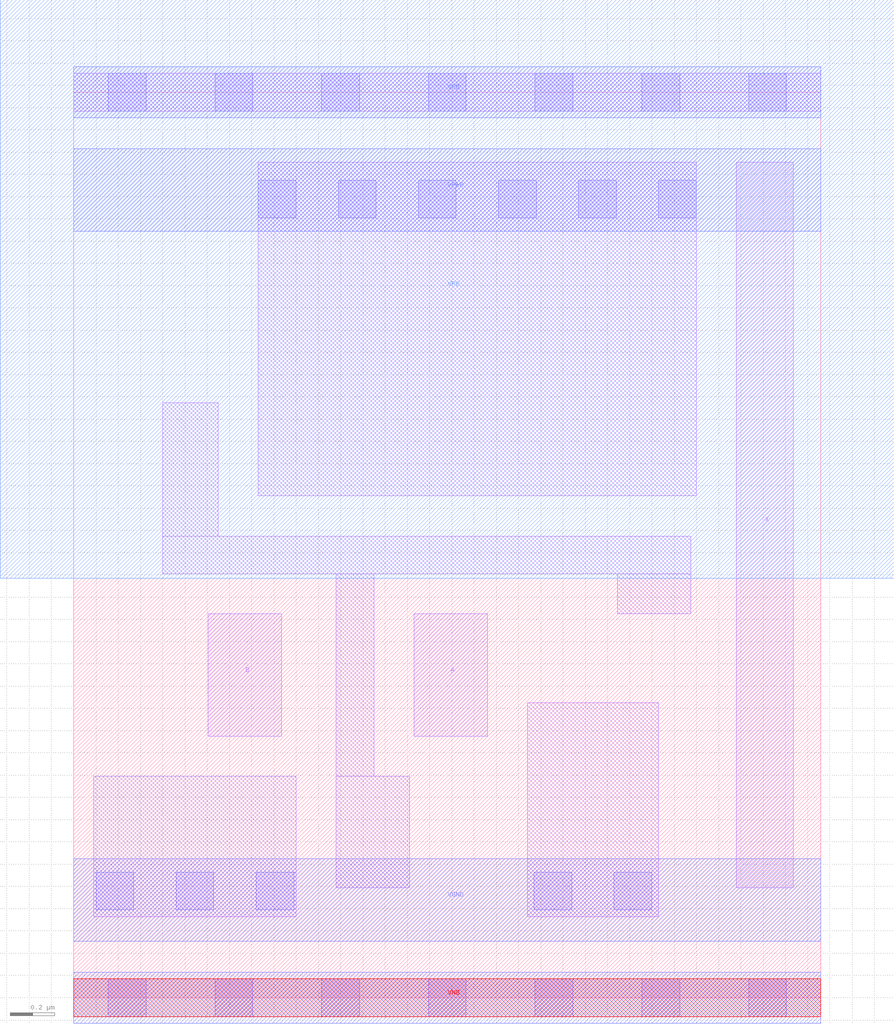
<source format=lef>
# Copyright 2020 The SkyWater PDK Authors
#
# Licensed under the Apache License, Version 2.0 (the "License");
# you may not use this file except in compliance with the License.
# You may obtain a copy of the License at
#
#     https://www.apache.org/licenses/LICENSE-2.0
#
# Unless required by applicable law or agreed to in writing, software
# distributed under the License is distributed on an "AS IS" BASIS,
# WITHOUT WARRANTIES OR CONDITIONS OF ANY KIND, either express or implied.
# See the License for the specific language governing permissions and
# limitations under the License.
#
# SPDX-License-Identifier: Apache-2.0

VERSION 5.7 ;
  NOWIREEXTENSIONATPIN ON ;
  DIVIDERCHAR "/" ;
  BUSBITCHARS "[]" ;
MACRO sky130_fd_sc_hvl__or2_1
  CLASS CORE ;
  FOREIGN sky130_fd_sc_hvl__or2_1 ;
  ORIGIN  0.000000  0.000000 ;
  SIZE  3.360000 BY  4.070000 ;
  SYMMETRY X Y ;
  SITE unithv ;
  PIN A
    ANTENNAGATEAREA  0.420000 ;
    DIRECTION INPUT ;
    USE SIGNAL ;
    PORT
      LAYER li1 ;
        RECT 1.530000 1.175000 1.860000 1.725000 ;
    END
  END A
  PIN B
    ANTENNAGATEAREA  0.420000 ;
    DIRECTION INPUT ;
    USE SIGNAL ;
    PORT
      LAYER li1 ;
        RECT 0.605000 1.175000 0.935000 1.725000 ;
    END
  END B
  PIN X
    ANTENNADIFFAREA  0.641250 ;
    DIRECTION OUTPUT ;
    USE SIGNAL ;
    PORT
      LAYER li1 ;
        RECT 2.980000 0.495000 3.235000 3.755000 ;
    END
  END X
  PIN VGND
    DIRECTION INOUT ;
    USE GROUND ;
    PORT
      LAYER met1 ;
        RECT 0.000000 0.255000 3.360000 0.625000 ;
    END
  END VGND
  PIN VNB
    DIRECTION INOUT ;
    USE GROUND ;
    PORT
      LAYER met1 ;
        RECT 0.000000 -0.115000 3.360000 0.115000 ;
      LAYER pwell ;
        RECT 0.000000 -0.085000 3.360000 0.085000 ;
    END
  END VNB
  PIN VPB
    DIRECTION INOUT ;
    USE POWER ;
    PORT
      LAYER met1 ;
        RECT 0.000000 3.955000 3.360000 4.185000 ;
      LAYER nwell ;
        RECT -0.330000 1.885000 3.690000 4.485000 ;
    END
  END VPB
  PIN VPWR
    DIRECTION INOUT ;
    USE POWER ;
    PORT
      LAYER met1 ;
        RECT 0.000000 3.445000 3.360000 3.815000 ;
    END
  END VPWR
  OBS
    LAYER li1 ;
      RECT 0.000000 -0.085000 3.360000 0.085000 ;
      RECT 0.000000  3.985000 3.360000 4.155000 ;
      RECT 0.090000  0.365000 1.000000 0.995000 ;
      RECT 0.400000  1.905000 2.775000 2.075000 ;
      RECT 0.400000  2.075000 0.650000 2.675000 ;
      RECT 0.830000  2.255000 2.800000 3.755000 ;
      RECT 1.180000  0.495000 1.510000 0.995000 ;
      RECT 1.180000  0.995000 1.350000 1.905000 ;
      RECT 2.040000  0.365000 2.630000 1.325000 ;
      RECT 2.445000  1.725000 2.775000 1.905000 ;
    LAYER mcon ;
      RECT 0.100000  0.395000 0.270000 0.565000 ;
      RECT 0.155000 -0.085000 0.325000 0.085000 ;
      RECT 0.155000  3.985000 0.325000 4.155000 ;
      RECT 0.460000  0.395000 0.630000 0.565000 ;
      RECT 0.635000 -0.085000 0.805000 0.085000 ;
      RECT 0.635000  3.985000 0.805000 4.155000 ;
      RECT 0.820000  0.395000 0.990000 0.565000 ;
      RECT 0.830000  3.505000 1.000000 3.675000 ;
      RECT 1.115000 -0.085000 1.285000 0.085000 ;
      RECT 1.115000  3.985000 1.285000 4.155000 ;
      RECT 1.190000  3.505000 1.360000 3.675000 ;
      RECT 1.550000  3.505000 1.720000 3.675000 ;
      RECT 1.595000 -0.085000 1.765000 0.085000 ;
      RECT 1.595000  3.985000 1.765000 4.155000 ;
      RECT 1.910000  3.505000 2.080000 3.675000 ;
      RECT 2.070000  0.395000 2.240000 0.565000 ;
      RECT 2.075000 -0.085000 2.245000 0.085000 ;
      RECT 2.075000  3.985000 2.245000 4.155000 ;
      RECT 2.270000  3.505000 2.440000 3.675000 ;
      RECT 2.430000  0.395000 2.600000 0.565000 ;
      RECT 2.555000 -0.085000 2.725000 0.085000 ;
      RECT 2.555000  3.985000 2.725000 4.155000 ;
      RECT 2.630000  3.505000 2.800000 3.675000 ;
      RECT 3.035000 -0.085000 3.205000 0.085000 ;
      RECT 3.035000  3.985000 3.205000 4.155000 ;
  END
END sky130_fd_sc_hvl__or2_1
END LIBRARY

</source>
